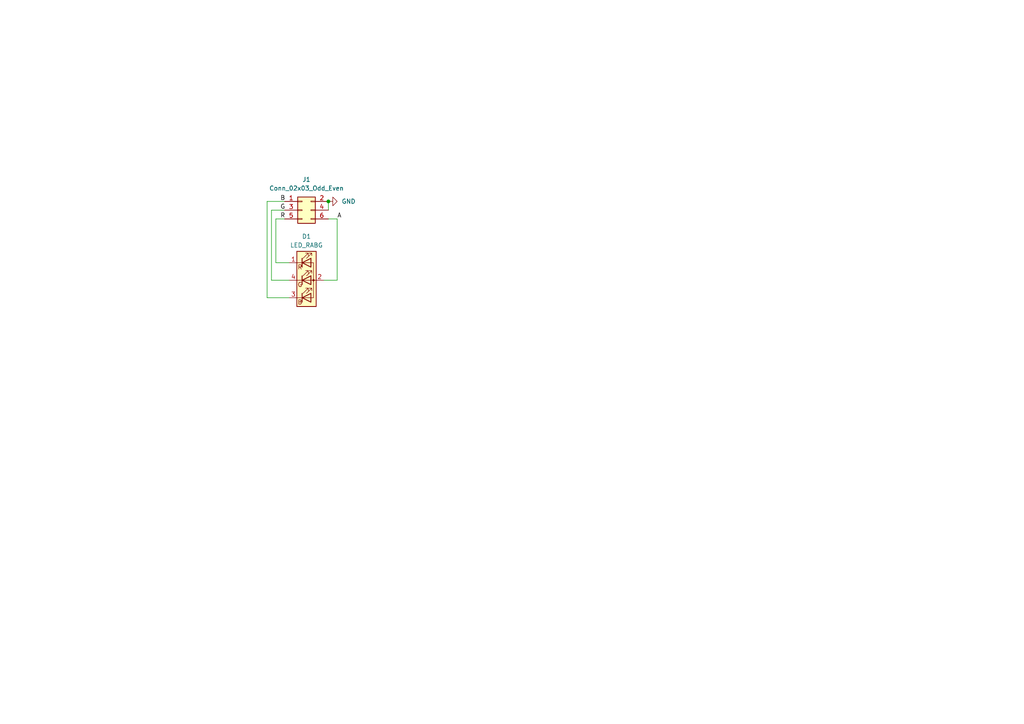
<source format=kicad_sch>
(kicad_sch (version 20230121) (generator eeschema)

  (uuid 2da4c3a5-6b2f-446f-b21d-8c007748847a)

  (paper "A4")

  (title_block
    (title "LED Riser for M2k Colorimeter")
    (rev "B")
    (company "Analog Devices")
  )

  (lib_symbols
    (symbol "Connector_Generic:Conn_02x03_Odd_Even" (pin_names (offset 1.016) hide) (in_bom yes) (on_board yes)
      (property "Reference" "J" (at 1.27 5.08 0)
        (effects (font (size 1.27 1.27)))
      )
      (property "Value" "Conn_02x03_Odd_Even" (at 1.27 -5.08 0)
        (effects (font (size 1.27 1.27)))
      )
      (property "Footprint" "" (at 0 0 0)
        (effects (font (size 1.27 1.27)) hide)
      )
      (property "Datasheet" "~" (at 0 0 0)
        (effects (font (size 1.27 1.27)) hide)
      )
      (property "ki_keywords" "connector" (at 0 0 0)
        (effects (font (size 1.27 1.27)) hide)
      )
      (property "ki_description" "Generic connector, double row, 02x03, odd/even pin numbering scheme (row 1 odd numbers, row 2 even numbers), script generated (kicad-library-utils/schlib/autogen/connector/)" (at 0 0 0)
        (effects (font (size 1.27 1.27)) hide)
      )
      (property "ki_fp_filters" "Connector*:*_2x??_*" (at 0 0 0)
        (effects (font (size 1.27 1.27)) hide)
      )
      (symbol "Conn_02x03_Odd_Even_1_1"
        (rectangle (start -1.27 -2.413) (end 0 -2.667)
          (stroke (width 0.1524) (type default))
          (fill (type none))
        )
        (rectangle (start -1.27 0.127) (end 0 -0.127)
          (stroke (width 0.1524) (type default))
          (fill (type none))
        )
        (rectangle (start -1.27 2.667) (end 0 2.413)
          (stroke (width 0.1524) (type default))
          (fill (type none))
        )
        (rectangle (start -1.27 3.81) (end 3.81 -3.81)
          (stroke (width 0.254) (type default))
          (fill (type background))
        )
        (rectangle (start 3.81 -2.413) (end 2.54 -2.667)
          (stroke (width 0.1524) (type default))
          (fill (type none))
        )
        (rectangle (start 3.81 0.127) (end 2.54 -0.127)
          (stroke (width 0.1524) (type default))
          (fill (type none))
        )
        (rectangle (start 3.81 2.667) (end 2.54 2.413)
          (stroke (width 0.1524) (type default))
          (fill (type none))
        )
        (pin passive line (at -5.08 2.54 0) (length 3.81)
          (name "Pin_1" (effects (font (size 1.27 1.27))))
          (number "1" (effects (font (size 1.27 1.27))))
        )
        (pin passive line (at 7.62 2.54 180) (length 3.81)
          (name "Pin_2" (effects (font (size 1.27 1.27))))
          (number "2" (effects (font (size 1.27 1.27))))
        )
        (pin passive line (at -5.08 0 0) (length 3.81)
          (name "Pin_3" (effects (font (size 1.27 1.27))))
          (number "3" (effects (font (size 1.27 1.27))))
        )
        (pin passive line (at 7.62 0 180) (length 3.81)
          (name "Pin_4" (effects (font (size 1.27 1.27))))
          (number "4" (effects (font (size 1.27 1.27))))
        )
        (pin passive line (at -5.08 -2.54 0) (length 3.81)
          (name "Pin_5" (effects (font (size 1.27 1.27))))
          (number "5" (effects (font (size 1.27 1.27))))
        )
        (pin passive line (at 7.62 -2.54 180) (length 3.81)
          (name "Pin_6" (effects (font (size 1.27 1.27))))
          (number "6" (effects (font (size 1.27 1.27))))
        )
      )
    )
    (symbol "Device:LED_RABG" (pin_names (offset 0) hide) (in_bom yes) (on_board yes)
      (property "Reference" "D" (at 0 9.398 0)
        (effects (font (size 1.27 1.27)))
      )
      (property "Value" "LED_RABG" (at 0 -8.89 0)
        (effects (font (size 1.27 1.27)))
      )
      (property "Footprint" "" (at 0 -1.27 0)
        (effects (font (size 1.27 1.27)) hide)
      )
      (property "Datasheet" "~" (at 0 -1.27 0)
        (effects (font (size 1.27 1.27)) hide)
      )
      (property "ki_keywords" "LED RGB diode" (at 0 0 0)
        (effects (font (size 1.27 1.27)) hide)
      )
      (property "ki_description" "RGB LED, red/anode/blue/green" (at 0 0 0)
        (effects (font (size 1.27 1.27)) hide)
      )
      (property "ki_fp_filters" "LED* LED_SMD:* LED_THT:*" (at 0 0 0)
        (effects (font (size 1.27 1.27)) hide)
      )
      (symbol "LED_RABG_0_0"
        (text "B" (at -1.905 -6.35 0)
          (effects (font (size 1.27 1.27)))
        )
        (text "G" (at -1.905 -1.27 0)
          (effects (font (size 1.27 1.27)))
        )
        (text "R" (at -1.905 3.81 0)
          (effects (font (size 1.27 1.27)))
        )
      )
      (symbol "LED_RABG_0_1"
        (polyline
          (pts
            (xy -1.27 -5.08)
            (xy -2.54 -5.08)
          )
          (stroke (width 0) (type default))
          (fill (type none))
        )
        (polyline
          (pts
            (xy -1.27 -5.08)
            (xy 1.27 -5.08)
          )
          (stroke (width 0) (type default))
          (fill (type none))
        )
        (polyline
          (pts
            (xy -1.27 -3.81)
            (xy -1.27 -6.35)
          )
          (stroke (width 0.254) (type default))
          (fill (type none))
        )
        (polyline
          (pts
            (xy -1.27 0)
            (xy -2.54 0)
          )
          (stroke (width 0) (type default))
          (fill (type none))
        )
        (polyline
          (pts
            (xy -1.27 1.27)
            (xy -1.27 -1.27)
          )
          (stroke (width 0.254) (type default))
          (fill (type none))
        )
        (polyline
          (pts
            (xy -1.27 5.08)
            (xy -2.54 5.08)
          )
          (stroke (width 0) (type default))
          (fill (type none))
        )
        (polyline
          (pts
            (xy -1.27 5.08)
            (xy 1.27 5.08)
          )
          (stroke (width 0) (type default))
          (fill (type none))
        )
        (polyline
          (pts
            (xy -1.27 6.35)
            (xy -1.27 3.81)
          )
          (stroke (width 0.254) (type default))
          (fill (type none))
        )
        (polyline
          (pts
            (xy 1.27 0)
            (xy -1.27 0)
          )
          (stroke (width 0) (type default))
          (fill (type none))
        )
        (polyline
          (pts
            (xy 1.27 0)
            (xy 2.54 0)
          )
          (stroke (width 0) (type default))
          (fill (type none))
        )
        (polyline
          (pts
            (xy -1.27 1.27)
            (xy -1.27 -1.27)
            (xy -1.27 -1.27)
          )
          (stroke (width 0) (type default))
          (fill (type none))
        )
        (polyline
          (pts
            (xy -1.27 6.35)
            (xy -1.27 3.81)
            (xy -1.27 3.81)
          )
          (stroke (width 0) (type default))
          (fill (type none))
        )
        (polyline
          (pts
            (xy 1.27 -5.08)
            (xy 2.032 -5.08)
            (xy 2.032 5.08)
            (xy 1.27 5.08)
          )
          (stroke (width 0) (type default))
          (fill (type none))
        )
        (polyline
          (pts
            (xy 1.27 -3.81)
            (xy 1.27 -6.35)
            (xy -1.27 -5.08)
            (xy 1.27 -3.81)
          )
          (stroke (width 0.254) (type default))
          (fill (type none))
        )
        (polyline
          (pts
            (xy 1.27 1.27)
            (xy 1.27 -1.27)
            (xy -1.27 0)
            (xy 1.27 1.27)
          )
          (stroke (width 0.254) (type default))
          (fill (type none))
        )
        (polyline
          (pts
            (xy 1.27 6.35)
            (xy 1.27 3.81)
            (xy -1.27 5.08)
            (xy 1.27 6.35)
          )
          (stroke (width 0.254) (type default))
          (fill (type none))
        )
        (polyline
          (pts
            (xy -1.016 -3.81)
            (xy 0.508 -2.286)
            (xy -0.254 -2.286)
            (xy 0.508 -2.286)
            (xy 0.508 -3.048)
          )
          (stroke (width 0) (type default))
          (fill (type none))
        )
        (polyline
          (pts
            (xy -1.016 1.27)
            (xy 0.508 2.794)
            (xy -0.254 2.794)
            (xy 0.508 2.794)
            (xy 0.508 2.032)
          )
          (stroke (width 0) (type default))
          (fill (type none))
        )
        (polyline
          (pts
            (xy -1.016 6.35)
            (xy 0.508 7.874)
            (xy -0.254 7.874)
            (xy 0.508 7.874)
            (xy 0.508 7.112)
          )
          (stroke (width 0) (type default))
          (fill (type none))
        )
        (polyline
          (pts
            (xy 0 -3.81)
            (xy 1.524 -2.286)
            (xy 0.762 -2.286)
            (xy 1.524 -2.286)
            (xy 1.524 -3.048)
          )
          (stroke (width 0) (type default))
          (fill (type none))
        )
        (polyline
          (pts
            (xy 0 1.27)
            (xy 1.524 2.794)
            (xy 0.762 2.794)
            (xy 1.524 2.794)
            (xy 1.524 2.032)
          )
          (stroke (width 0) (type default))
          (fill (type none))
        )
        (polyline
          (pts
            (xy 0 6.35)
            (xy 1.524 7.874)
            (xy 0.762 7.874)
            (xy 1.524 7.874)
            (xy 1.524 7.112)
          )
          (stroke (width 0) (type default))
          (fill (type none))
        )
        (rectangle (start 1.27 -1.27) (end 1.27 1.27)
          (stroke (width 0) (type default))
          (fill (type none))
        )
        (rectangle (start 1.27 1.27) (end 1.27 1.27)
          (stroke (width 0) (type default))
          (fill (type none))
        )
        (rectangle (start 1.27 3.81) (end 1.27 6.35)
          (stroke (width 0) (type default))
          (fill (type none))
        )
        (rectangle (start 1.27 6.35) (end 1.27 6.35)
          (stroke (width 0) (type default))
          (fill (type none))
        )
        (circle (center 2.032 0) (radius 0.254)
          (stroke (width 0) (type default))
          (fill (type outline))
        )
        (rectangle (start 2.794 8.382) (end -2.794 -7.62)
          (stroke (width 0.254) (type default))
          (fill (type background))
        )
      )
      (symbol "LED_RABG_1_1"
        (pin passive line (at -5.08 5.08 0) (length 2.54)
          (name "RK" (effects (font (size 1.27 1.27))))
          (number "1" (effects (font (size 1.27 1.27))))
        )
        (pin passive line (at 5.08 0 180) (length 2.54)
          (name "A" (effects (font (size 1.27 1.27))))
          (number "2" (effects (font (size 1.27 1.27))))
        )
        (pin passive line (at -5.08 -5.08 0) (length 2.54)
          (name "BK" (effects (font (size 1.27 1.27))))
          (number "3" (effects (font (size 1.27 1.27))))
        )
        (pin passive line (at -5.08 0 0) (length 2.54)
          (name "GK" (effects (font (size 1.27 1.27))))
          (number "4" (effects (font (size 1.27 1.27))))
        )
      )
    )
    (symbol "power:GND" (power) (pin_names (offset 0)) (in_bom yes) (on_board yes)
      (property "Reference" "#PWR" (at 0 -6.35 0)
        (effects (font (size 1.27 1.27)) hide)
      )
      (property "Value" "GND" (at 0 -3.81 0)
        (effects (font (size 1.27 1.27)))
      )
      (property "Footprint" "" (at 0 0 0)
        (effects (font (size 1.27 1.27)) hide)
      )
      (property "Datasheet" "" (at 0 0 0)
        (effects (font (size 1.27 1.27)) hide)
      )
      (property "ki_keywords" "global power" (at 0 0 0)
        (effects (font (size 1.27 1.27)) hide)
      )
      (property "ki_description" "Power symbol creates a global label with name \"GND\" , ground" (at 0 0 0)
        (effects (font (size 1.27 1.27)) hide)
      )
      (symbol "GND_0_1"
        (polyline
          (pts
            (xy 0 0)
            (xy 0 -1.27)
            (xy 1.27 -1.27)
            (xy 0 -2.54)
            (xy -1.27 -1.27)
            (xy 0 -1.27)
          )
          (stroke (width 0) (type default))
          (fill (type none))
        )
      )
      (symbol "GND_1_1"
        (pin power_in line (at 0 0 270) (length 0) hide
          (name "GND" (effects (font (size 1.27 1.27))))
          (number "1" (effects (font (size 1.27 1.27))))
        )
      )
    )
  )

  (junction (at 95.25 58.42) (diameter 0) (color 0 0 0 0)
    (uuid 9f82c541-a83b-42f5-b600-9f3cd1597d50)
  )

  (wire (pts (xy 97.79 63.5) (xy 95.25 63.5))
    (stroke (width 0) (type default))
    (uuid 0047fdc4-83bc-41a7-9196-4d9422092795)
  )
  (wire (pts (xy 80.01 76.2) (xy 80.01 63.5))
    (stroke (width 0) (type default))
    (uuid 248d48f3-18af-469f-a835-d928864ae4d4)
  )
  (wire (pts (xy 78.74 60.96) (xy 82.55 60.96))
    (stroke (width 0) (type default))
    (uuid 2c2dfcf2-f890-4b73-ad1d-74231c26ca70)
  )
  (wire (pts (xy 80.01 63.5) (xy 82.55 63.5))
    (stroke (width 0) (type default))
    (uuid 49c9b8e6-403e-4e27-bd9c-ef9c9e33abcd)
  )
  (wire (pts (xy 97.79 81.28) (xy 93.98 81.28))
    (stroke (width 0) (type default))
    (uuid 7826b554-3c22-4d9a-b397-d30559cae54d)
  )
  (wire (pts (xy 78.74 81.28) (xy 78.74 60.96))
    (stroke (width 0) (type default))
    (uuid 79de37e8-4d56-4c2c-b1ac-1bc78a8933f5)
  )
  (wire (pts (xy 77.47 86.36) (xy 77.47 58.42))
    (stroke (width 0) (type default))
    (uuid 88850c76-4dd9-42a6-912a-b570b7f89d3b)
  )
  (wire (pts (xy 83.82 76.2) (xy 80.01 76.2))
    (stroke (width 0) (type default))
    (uuid 8a163356-c8f4-402b-89c4-edd5234f6226)
  )
  (wire (pts (xy 83.82 86.36) (xy 77.47 86.36))
    (stroke (width 0) (type default))
    (uuid 8cffad81-d59d-4d63-91fa-43110850f7fd)
  )
  (wire (pts (xy 97.79 63.5) (xy 97.79 81.28))
    (stroke (width 0) (type default))
    (uuid c2a33aee-e573-49e4-858a-7f14777fe448)
  )
  (wire (pts (xy 83.82 81.28) (xy 78.74 81.28))
    (stroke (width 0) (type default))
    (uuid cb5d4c5e-7524-4307-8f71-7013d1066063)
  )
  (wire (pts (xy 95.25 58.42) (xy 95.25 60.96))
    (stroke (width 0) (type default))
    (uuid cea52236-69e9-4bc4-9afd-5fcdfc2b9b57)
  )
  (wire (pts (xy 77.47 58.42) (xy 82.55 58.42))
    (stroke (width 0) (type default))
    (uuid de371b75-f09d-42c6-987f-9c68e716911f)
  )

  (label "R" (at 81.28 63.5 0) (fields_autoplaced)
    (effects (font (size 1.27 1.27)) (justify left bottom))
    (uuid 693ee993-759c-4300-be1b-ad700121d59f)
  )
  (label "B" (at 81.28 58.42 0) (fields_autoplaced)
    (effects (font (size 1.27 1.27)) (justify left bottom))
    (uuid 921f51c0-592e-4d6e-9008-2caa4b978ad1)
  )
  (label "G" (at 81.28 60.96 0) (fields_autoplaced)
    (effects (font (size 1.27 1.27)) (justify left bottom))
    (uuid a25b5690-811a-4bc4-9c7a-2af883557c18)
  )
  (label "A" (at 97.79 63.5 0) (fields_autoplaced)
    (effects (font (size 1.27 1.27)) (justify left bottom))
    (uuid fedfe37c-3290-451d-be5a-e802bcc3f6d3)
  )

  (symbol (lib_id "Device:LED_RABG") (at 88.9 81.28 0) (unit 1)
    (in_bom yes) (on_board yes) (dnp no) (fields_autoplaced)
    (uuid 8933e929-2d91-4e5c-a41d-b19a0f6ca354)
    (property "Reference" "D1" (at 88.9 68.58 0)
      (effects (font (size 1.27 1.27)))
    )
    (property "Value" "LED_RABG" (at 88.9 71.12 0)
      (effects (font (size 1.27 1.27)))
    )
    (property "Footprint" "LED_THT:LED_D5.0mm-4_RGB" (at 88.9 82.55 0)
      (effects (font (size 1.27 1.27)) hide)
    )
    (property "Datasheet" "~" (at 88.9 82.55 0)
      (effects (font (size 1.27 1.27)) hide)
    )
    (pin "1" (uuid 5f896c62-bbf9-4a4f-a7a2-83024d8a55a5))
    (pin "2" (uuid ad01701e-7fe7-47fb-890a-5db35524b5a8))
    (pin "3" (uuid 29bef0b6-a28e-4b29-9bc2-b6b1aa9390f7))
    (pin "4" (uuid fa2849ca-a59d-48bd-b327-d99aee188944))
    (instances
      (project "board-led"
        (path "/2da4c3a5-6b2f-446f-b21d-8c007748847a"
          (reference "D1") (unit 1)
        )
      )
    )
  )

  (symbol (lib_id "Connector_Generic:Conn_02x03_Odd_Even") (at 87.63 60.96 0) (unit 1)
    (in_bom yes) (on_board yes) (dnp no) (fields_autoplaced)
    (uuid ba6d94bf-f777-4946-b859-3743ddc0a458)
    (property "Reference" "J1" (at 88.9 52.07 0)
      (effects (font (size 1.27 1.27)))
    )
    (property "Value" "Conn_02x03_Odd_Even" (at 88.9 54.61 0)
      (effects (font (size 1.27 1.27)))
    )
    (property "Footprint" "Connector_PinSocket_2.54mm:PinSocket_2x03_P2.54mm_Horizontal" (at 87.63 60.96 0)
      (effects (font (size 1.27 1.27)) hide)
    )
    (property "Datasheet" "~" (at 87.63 60.96 0)
      (effects (font (size 1.27 1.27)) hide)
    )
    (pin "1" (uuid d56cf555-35df-4e33-b9bb-8112ac3d72a8))
    (pin "2" (uuid 886b8cad-8302-4f6c-ab03-69016c204e25))
    (pin "3" (uuid 32abe72a-ff3a-43a9-8c28-1ba0a7f09d14))
    (pin "4" (uuid 3bbf348b-e585-46e8-bc1a-027db03a8e7f))
    (pin "5" (uuid cb13ba39-83ba-4204-9468-169357eaee36))
    (pin "6" (uuid 3a7a6b05-60df-411f-a7e4-ed24bd739a56))
    (instances
      (project "colorimeter-led"
        (path "/07b84b89-9cb0-4a6c-b42a-5b5a95d67ceb"
          (reference "J1") (unit 1)
        )
      )
      (project "board-led"
        (path "/2da4c3a5-6b2f-446f-b21d-8c007748847a"
          (reference "J1") (unit 1)
        )
      )
    )
  )

  (symbol (lib_id "power:GND") (at 95.25 58.42 90) (unit 1)
    (in_bom yes) (on_board yes) (dnp no) (fields_autoplaced)
    (uuid cea156ea-87ec-47db-b015-a68e885ba7f4)
    (property "Reference" "#PWR01" (at 101.6 58.42 0)
      (effects (font (size 1.27 1.27)) hide)
    )
    (property "Value" "GND" (at 99.06 58.42 90)
      (effects (font (size 1.27 1.27)) (justify right))
    )
    (property "Footprint" "" (at 95.25 58.42 0)
      (effects (font (size 1.27 1.27)) hide)
    )
    (property "Datasheet" "" (at 95.25 58.42 0)
      (effects (font (size 1.27 1.27)) hide)
    )
    (pin "1" (uuid bc40ea21-a8a5-4f51-9106-acbb2f1b1736))
    (instances
      (project "colorimeter-led"
        (path "/07b84b89-9cb0-4a6c-b42a-5b5a95d67ceb"
          (reference "#PWR01") (unit 1)
        )
      )
      (project "board-led"
        (path "/2da4c3a5-6b2f-446f-b21d-8c007748847a"
          (reference "#PWR01") (unit 1)
        )
      )
    )
  )

  (sheet_instances
    (path "/" (page "1"))
  )
)

</source>
